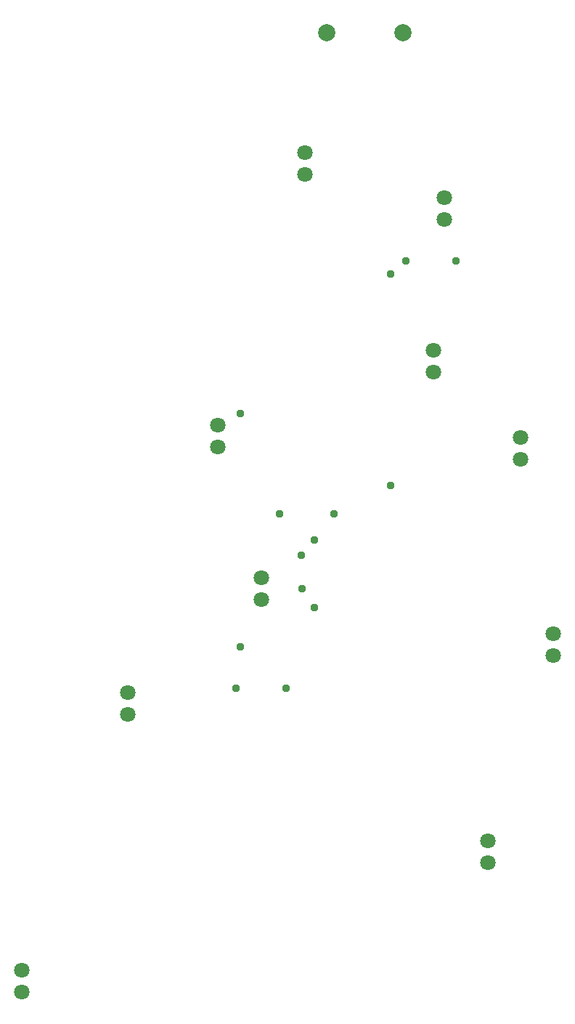
<source format=gbr>
G04 EAGLE Gerber RS-274X export*
G75*
%MOMM*%
%FSLAX34Y34*%
%LPD*%
%INSoldermask Top*%
%IPPOS*%
%AMOC8*
5,1,8,0,0,1.08239X$1,22.5*%
G01*
%ADD10C,2.003200*%
%ADD11C,1.803200*%
%ADD12C,0.959600*%


D10*
X470800Y1391500D03*
D11*
X150600Y622800D03*
X150600Y597400D03*
X254900Y934300D03*
X254900Y908900D03*
X646800Y665900D03*
X646800Y691300D03*
X305700Y756500D03*
X305700Y731100D03*
X608700Y894500D03*
X608700Y919900D03*
X519800Y1173900D03*
X519800Y1199300D03*
X356500Y1251800D03*
X356500Y1226400D03*
X570600Y424600D03*
X570600Y450000D03*
X26300Y299300D03*
X26300Y273900D03*
X507100Y996100D03*
X507100Y1021500D03*
D10*
X381900Y1391500D03*
D12*
X533400Y1125220D03*
X474980Y1125220D03*
X281940Y675640D03*
X281940Y947420D03*
X353430Y743850D03*
X353060Y782320D03*
X327660Y830580D03*
X391160Y830580D03*
X276860Y627380D03*
X335280Y627380D03*
X368300Y800100D03*
X457200Y863600D03*
X457200Y1109980D03*
X368300Y721360D03*
M02*

</source>
